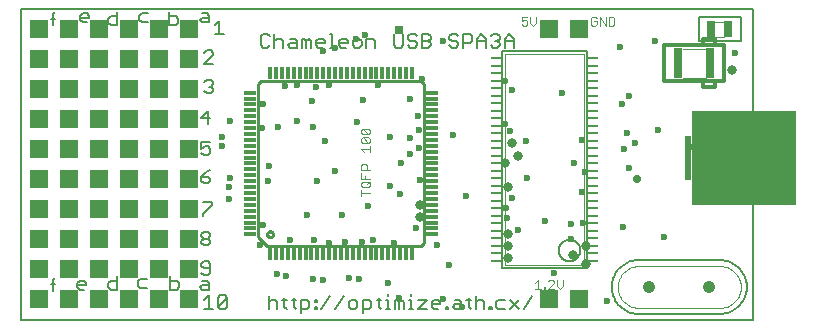
<source format=gbr>
G75*
G70*
%OFA0B0*%
%FSLAX24Y24*%
%IPPOS*%
%LPD*%
%AMOC8*
5,1,8,0,0,1.08239X$1,22.5*
%
%ADD10C,0.0079*%
%ADD11C,0.0080*%
%ADD12C,0.0050*%
%ADD13C,0.0030*%
%ADD14C,0.0060*%
%ADD15C,0.0020*%
%ADD16R,0.0330X0.0080*%
%ADD17C,0.0413*%
%ADD18C,0.0040*%
%ADD19R,0.0295X0.1024*%
%ADD20C,0.0120*%
%ADD21R,0.0295X0.0571*%
%ADD22C,0.0059*%
%ADD23C,0.0000*%
%ADD24R,0.3504X0.3150*%
%ADD25R,0.0236X0.1496*%
%ADD26R,0.0118X0.0413*%
%ADD27R,0.0118X0.0413*%
%ADD28R,0.0413X0.0118*%
%ADD29R,0.0413X0.0118*%
%ADD30C,0.0100*%
%ADD31R,0.0591X0.0591*%
%ADD32R,0.0315X0.0315*%
%ADD33C,0.0236*%
%ADD34C,0.0276*%
%ADD35C,0.0315*%
D10*
X001865Y001804D02*
X026274Y001804D01*
X026274Y012162D01*
X001865Y012162D01*
X001865Y001804D01*
D11*
X010129Y002183D02*
X010129Y002603D01*
X010199Y002463D02*
X010339Y002463D01*
X010409Y002393D01*
X010409Y002183D01*
X010659Y002253D02*
X010729Y002183D01*
X010659Y002253D02*
X010659Y002533D01*
X010589Y002463D02*
X010729Y002463D01*
X010896Y002463D02*
X011036Y002463D01*
X010966Y002533D02*
X010966Y002253D01*
X011036Y002183D01*
X011203Y002183D02*
X011413Y002183D01*
X011483Y002253D01*
X011483Y002393D01*
X011413Y002463D01*
X011203Y002463D01*
X011203Y002043D01*
X011663Y002183D02*
X011663Y002253D01*
X011733Y002253D01*
X011733Y002183D01*
X011663Y002183D01*
X011893Y002183D02*
X012174Y002603D01*
X011733Y002463D02*
X011733Y002393D01*
X011663Y002393D01*
X011663Y002463D01*
X011733Y002463D01*
X012354Y002183D02*
X012634Y002603D01*
X012814Y002393D02*
X012814Y002253D01*
X012884Y002183D01*
X013024Y002183D01*
X013094Y002253D01*
X013094Y002393D01*
X013024Y002463D01*
X012884Y002463D01*
X012814Y002393D01*
X013274Y002463D02*
X013485Y002463D01*
X013555Y002393D01*
X013555Y002253D01*
X013485Y002183D01*
X013274Y002183D01*
X013274Y002043D02*
X013274Y002463D01*
X013735Y002463D02*
X013875Y002463D01*
X013805Y002533D02*
X013805Y002253D01*
X013875Y002183D01*
X014042Y002183D02*
X014182Y002183D01*
X014112Y002183D02*
X014112Y002463D01*
X014042Y002463D01*
X014112Y002603D02*
X014112Y002673D01*
X014349Y002463D02*
X014419Y002463D01*
X014489Y002393D01*
X014559Y002463D01*
X014629Y002393D01*
X014629Y002183D01*
X014489Y002183D02*
X014489Y002393D01*
X014349Y002463D02*
X014349Y002183D01*
X014809Y002183D02*
X014949Y002183D01*
X014879Y002183D02*
X014879Y002463D01*
X014809Y002463D01*
X014879Y002603D02*
X014879Y002673D01*
X015116Y002463D02*
X015396Y002463D01*
X015116Y002183D01*
X015396Y002183D01*
X015576Y002253D02*
X015576Y002393D01*
X015646Y002463D01*
X015786Y002463D01*
X015856Y002393D01*
X015856Y002323D01*
X015576Y002323D01*
X015576Y002253D02*
X015646Y002183D01*
X015786Y002183D01*
X016036Y002183D02*
X016036Y002253D01*
X016107Y002253D01*
X016107Y002183D01*
X016036Y002183D01*
X016267Y002253D02*
X016337Y002323D01*
X016547Y002323D01*
X016547Y002393D02*
X016547Y002183D01*
X016337Y002183D01*
X016267Y002253D01*
X016337Y002463D02*
X016477Y002463D01*
X016547Y002393D01*
X016727Y002463D02*
X016867Y002463D01*
X016797Y002533D02*
X016797Y002253D01*
X016867Y002183D01*
X017034Y002183D02*
X017034Y002603D01*
X017104Y002463D02*
X017244Y002463D01*
X017314Y002393D01*
X017314Y002183D01*
X017494Y002183D02*
X017564Y002183D01*
X017564Y002253D01*
X017494Y002253D01*
X017494Y002183D01*
X017724Y002253D02*
X017794Y002183D01*
X018005Y002183D01*
X018185Y002183D02*
X018465Y002463D01*
X018185Y002463D02*
X018465Y002183D01*
X018645Y002183D02*
X018925Y002603D01*
X018005Y002463D02*
X017794Y002463D01*
X017724Y002393D01*
X017724Y002253D01*
X017104Y002463D02*
X017034Y002393D01*
X010199Y002463D02*
X010129Y002393D01*
D12*
X008753Y002249D02*
X008677Y002174D01*
X008527Y002174D01*
X008452Y002249D01*
X008753Y002549D01*
X008753Y002249D01*
X008452Y002249D02*
X008452Y002549D01*
X008527Y002624D01*
X008677Y002624D01*
X008753Y002549D01*
X008142Y002624D02*
X008142Y002174D01*
X007992Y002174D02*
X008292Y002174D01*
X007992Y002474D02*
X008142Y002624D01*
X008145Y002813D02*
X007919Y002813D01*
X007844Y002888D01*
X007919Y002963D01*
X008145Y002963D01*
X008145Y003039D02*
X008145Y002813D01*
X008145Y003039D02*
X008069Y003114D01*
X007919Y003114D01*
X007969Y003305D02*
X008119Y003305D01*
X008194Y003381D01*
X008194Y003681D01*
X008119Y003756D01*
X007969Y003756D01*
X007894Y003681D01*
X007894Y003606D01*
X007969Y003531D01*
X008194Y003531D01*
X007969Y003305D02*
X007894Y003381D01*
X007160Y003039D02*
X007085Y003114D01*
X006860Y003114D01*
X006860Y003264D02*
X006860Y002813D01*
X007085Y002813D01*
X007160Y002888D01*
X007160Y003039D01*
X006078Y003163D02*
X005852Y003163D01*
X005777Y003088D01*
X005777Y002938D01*
X005852Y002863D01*
X006078Y002863D01*
X005093Y002813D02*
X005093Y003264D01*
X005093Y003114D02*
X004868Y003114D01*
X004793Y003039D01*
X004793Y002888D01*
X004868Y002813D01*
X005093Y002813D01*
X004060Y002963D02*
X003760Y002963D01*
X003760Y002888D02*
X003760Y003039D01*
X003835Y003114D01*
X003985Y003114D01*
X004060Y003039D01*
X004060Y002963D01*
X003985Y002813D02*
X003835Y002813D01*
X003760Y002888D01*
X003024Y002989D02*
X002874Y002989D01*
X002949Y003139D02*
X003024Y003214D01*
X002949Y003139D02*
X002949Y002764D01*
X007894Y004365D02*
X007969Y004290D01*
X008119Y004290D01*
X008194Y004365D01*
X008194Y004440D01*
X008119Y004515D01*
X007969Y004515D01*
X007894Y004590D01*
X007894Y004665D01*
X007969Y004740D01*
X008119Y004740D01*
X008194Y004665D01*
X008194Y004590D01*
X008119Y004515D01*
X007969Y004515D02*
X007894Y004440D01*
X007894Y004365D01*
X007943Y005274D02*
X007943Y005349D01*
X008243Y005649D01*
X008243Y005724D01*
X007943Y005724D01*
X007969Y006357D02*
X008119Y006357D01*
X008194Y006432D01*
X008194Y006507D01*
X008119Y006582D01*
X007894Y006582D01*
X007894Y006432D01*
X007969Y006357D01*
X007894Y006582D02*
X008044Y006732D01*
X008194Y006807D01*
X008119Y007292D02*
X007969Y007292D01*
X007894Y007367D01*
X007894Y007517D02*
X008044Y007592D01*
X008119Y007592D01*
X008194Y007517D01*
X008194Y007367D01*
X008119Y007292D01*
X007894Y007517D02*
X007894Y007742D01*
X008194Y007742D01*
X008119Y008325D02*
X008119Y008776D01*
X007894Y008550D01*
X008194Y008550D01*
X008217Y009359D02*
X008067Y009359D01*
X007992Y009434D01*
X008142Y009584D02*
X008217Y009584D01*
X008292Y009509D01*
X008292Y009434D01*
X008217Y009359D01*
X008217Y009584D02*
X008292Y009659D01*
X008292Y009734D01*
X008217Y009809D01*
X008067Y009809D01*
X007992Y009734D01*
X007992Y010343D02*
X008292Y010643D01*
X008292Y010718D01*
X008217Y010793D01*
X008067Y010793D01*
X007992Y010718D01*
X007992Y010343D02*
X008292Y010343D01*
X009862Y010959D02*
X009937Y010884D01*
X010087Y010884D01*
X010162Y010959D01*
X010322Y010884D02*
X010322Y011335D01*
X010397Y011184D02*
X010548Y011184D01*
X010623Y011109D01*
X010623Y010884D01*
X010783Y010959D02*
X010858Y010884D01*
X011083Y010884D01*
X011083Y011109D01*
X011008Y011184D01*
X010858Y011184D01*
X010858Y011034D02*
X011083Y011034D01*
X011243Y010884D02*
X011243Y011184D01*
X011318Y011184D01*
X011393Y011109D01*
X011468Y011184D01*
X011543Y011109D01*
X011543Y010884D01*
X011393Y010884D02*
X011393Y011109D01*
X011703Y011109D02*
X011703Y010959D01*
X011778Y010884D01*
X011929Y010884D01*
X012004Y011034D02*
X011703Y011034D01*
X011703Y011109D02*
X011778Y011184D01*
X011929Y011184D01*
X012004Y011109D01*
X012004Y011034D01*
X012164Y010884D02*
X012314Y010884D01*
X012239Y010884D02*
X012239Y011335D01*
X012164Y011335D01*
X012471Y011109D02*
X012546Y011184D01*
X012696Y011184D01*
X012771Y011109D01*
X012771Y011034D01*
X012471Y011034D01*
X012471Y010959D02*
X012471Y011109D01*
X012471Y010959D02*
X012546Y010884D01*
X012696Y010884D01*
X012931Y010959D02*
X013006Y010884D01*
X013156Y010884D01*
X013231Y010959D01*
X013231Y011109D01*
X013156Y011184D01*
X013006Y011184D01*
X012931Y011109D01*
X012931Y010959D01*
X013391Y010884D02*
X013391Y011184D01*
X013617Y011184D01*
X013692Y011109D01*
X013692Y010884D01*
X014312Y010959D02*
X014387Y010884D01*
X014537Y010884D01*
X014612Y010959D01*
X014612Y011335D01*
X014772Y011260D02*
X014772Y011184D01*
X014847Y011109D01*
X014998Y011109D01*
X015073Y011034D01*
X015073Y010959D01*
X014998Y010884D01*
X014847Y010884D01*
X014772Y010959D01*
X015233Y010884D02*
X015458Y010884D01*
X015533Y010959D01*
X015533Y011034D01*
X015458Y011109D01*
X015233Y011109D01*
X015073Y011260D02*
X014998Y011335D01*
X014847Y011335D01*
X014772Y011260D01*
X015233Y011335D02*
X015458Y011335D01*
X015533Y011260D01*
X015533Y011184D01*
X015458Y011109D01*
X015233Y010884D02*
X015233Y011335D01*
X014312Y011335D02*
X014312Y010959D01*
X016154Y010959D02*
X016229Y010884D01*
X016379Y010884D01*
X016454Y010959D01*
X016454Y011034D01*
X016379Y011109D01*
X016229Y011109D01*
X016154Y011184D01*
X016154Y011260D01*
X016229Y011335D01*
X016379Y011335D01*
X016454Y011260D01*
X016614Y011335D02*
X016839Y011335D01*
X016914Y011260D01*
X016914Y011109D01*
X016839Y011034D01*
X016614Y011034D01*
X016614Y010884D02*
X016614Y011335D01*
X017074Y011184D02*
X017224Y011335D01*
X017374Y011184D01*
X017374Y010884D01*
X017535Y010959D02*
X017610Y010884D01*
X017760Y010884D01*
X017835Y010959D01*
X017835Y011034D01*
X017760Y011109D01*
X017685Y011109D01*
X017760Y011109D02*
X017835Y011184D01*
X017835Y011260D01*
X017760Y011335D01*
X017610Y011335D01*
X017535Y011260D01*
X017374Y011109D02*
X017074Y011109D01*
X017074Y011184D02*
X017074Y010884D01*
X017995Y010884D02*
X017995Y011184D01*
X018145Y011335D01*
X018295Y011184D01*
X018295Y010884D01*
X018295Y011109D02*
X017995Y011109D01*
X010858Y011034D02*
X010783Y010959D01*
X010397Y011184D02*
X010322Y011109D01*
X010162Y011260D02*
X010087Y011335D01*
X009937Y011335D01*
X009862Y011260D01*
X009862Y010959D01*
X008637Y011327D02*
X008336Y011327D01*
X008487Y011327D02*
X008487Y011777D01*
X008336Y011627D01*
X008145Y011721D02*
X007919Y011721D01*
X007844Y011796D01*
X007919Y011871D01*
X008145Y011871D01*
X008145Y011946D02*
X008069Y012021D01*
X007919Y012021D01*
X008145Y011946D02*
X008145Y011721D01*
X007111Y011697D02*
X007036Y011622D01*
X006811Y011622D01*
X006811Y012073D01*
X006811Y011923D02*
X007036Y011923D01*
X007111Y011848D01*
X007111Y011697D01*
X006127Y011721D02*
X005902Y011721D01*
X005827Y011796D01*
X005827Y011946D01*
X005902Y012021D01*
X006127Y012021D01*
X005093Y012073D02*
X005093Y011622D01*
X004868Y011622D01*
X004793Y011697D01*
X004793Y011848D01*
X004868Y011923D01*
X005093Y011923D01*
X004158Y011946D02*
X004158Y011871D01*
X003858Y011871D01*
X003858Y011796D02*
X003858Y011946D01*
X003933Y012021D01*
X004083Y012021D01*
X004158Y011946D01*
X003933Y011721D02*
X003858Y011796D01*
X003933Y011721D02*
X004083Y011721D01*
X003024Y011848D02*
X002874Y011848D01*
X002949Y011998D02*
X003024Y012073D01*
X002949Y011998D02*
X002949Y011622D01*
D13*
X013215Y008137D02*
X013215Y008040D01*
X013263Y007992D01*
X013457Y007992D01*
X013263Y008185D01*
X013457Y008185D01*
X013505Y008137D01*
X013505Y008040D01*
X013457Y007992D01*
X013457Y007891D02*
X013263Y007891D01*
X013457Y007697D01*
X013505Y007746D01*
X013505Y007842D01*
X013457Y007891D01*
X013263Y007891D02*
X013215Y007842D01*
X013215Y007746D01*
X013263Y007697D01*
X013457Y007697D01*
X013505Y007596D02*
X013505Y007403D01*
X013505Y007499D02*
X013215Y007499D01*
X013312Y007403D01*
X013360Y007007D02*
X013408Y006958D01*
X013408Y006813D01*
X013505Y006813D02*
X013215Y006813D01*
X013215Y006958D01*
X013263Y007007D01*
X013360Y007007D01*
X013215Y006712D02*
X013215Y006519D01*
X013505Y006519D01*
X013505Y006417D02*
X013408Y006321D01*
X013457Y006417D02*
X013505Y006369D01*
X013505Y006272D01*
X013457Y006224D01*
X013263Y006224D01*
X013215Y006272D01*
X013215Y006369D01*
X013263Y006417D01*
X013457Y006417D01*
X013360Y006519D02*
X013360Y006615D01*
X013215Y006123D02*
X013215Y005929D01*
X013215Y006026D02*
X013505Y006026D01*
X013215Y008137D02*
X013263Y008185D01*
X018563Y011661D02*
X018611Y011612D01*
X018708Y011612D01*
X018756Y011661D01*
X018756Y011758D01*
X018708Y011806D01*
X018659Y011806D01*
X018563Y011758D01*
X018563Y011903D01*
X018756Y011903D01*
X018857Y011903D02*
X018857Y011709D01*
X018954Y011612D01*
X019051Y011709D01*
X019051Y011903D01*
X020876Y011854D02*
X020876Y011661D01*
X020924Y011612D01*
X021021Y011612D01*
X021069Y011661D01*
X021069Y011758D01*
X020972Y011758D01*
X020876Y011854D02*
X020924Y011903D01*
X021021Y011903D01*
X021069Y011854D01*
X021170Y011903D02*
X021364Y011612D01*
X021364Y011903D01*
X021465Y011903D02*
X021610Y011903D01*
X021658Y011854D01*
X021658Y011661D01*
X021610Y011612D01*
X021465Y011612D01*
X021465Y011903D01*
X021170Y011903D02*
X021170Y011612D01*
X019936Y003143D02*
X019936Y002949D01*
X019839Y002853D01*
X019742Y002949D01*
X019742Y003143D01*
X019641Y003094D02*
X019593Y003143D01*
X019496Y003143D01*
X019448Y003094D01*
X019641Y003094D02*
X019641Y003046D01*
X019448Y002853D01*
X019641Y002853D01*
X019349Y002853D02*
X019300Y002853D01*
X019300Y002901D01*
X019349Y002901D01*
X019349Y002853D01*
X019199Y002853D02*
X019006Y002853D01*
X019102Y002853D02*
X019102Y003143D01*
X019006Y003046D01*
D14*
X017910Y003520D02*
X020760Y003520D01*
X020760Y010771D01*
X017910Y010771D01*
X017910Y003520D01*
X019800Y004121D02*
X019802Y004159D01*
X019808Y004197D01*
X019818Y004234D01*
X019832Y004270D01*
X019850Y004304D01*
X019871Y004336D01*
X019895Y004365D01*
X019923Y004392D01*
X019953Y004416D01*
X019986Y004436D01*
X020020Y004453D01*
X020056Y004466D01*
X020093Y004475D01*
X020131Y004480D01*
X020170Y004481D01*
X020208Y004478D01*
X020245Y004471D01*
X020282Y004460D01*
X020317Y004445D01*
X020351Y004426D01*
X020382Y004404D01*
X020411Y004379D01*
X020437Y004351D01*
X020460Y004320D01*
X020479Y004287D01*
X020495Y004252D01*
X020507Y004216D01*
X020515Y004178D01*
X020519Y004140D01*
X020519Y004102D01*
X020515Y004064D01*
X020507Y004026D01*
X020495Y003990D01*
X020479Y003955D01*
X020460Y003922D01*
X020437Y003891D01*
X020411Y003863D01*
X020382Y003838D01*
X020351Y003816D01*
X020317Y003797D01*
X020282Y003782D01*
X020245Y003771D01*
X020208Y003764D01*
X020170Y003761D01*
X020131Y003762D01*
X020093Y003767D01*
X020056Y003776D01*
X020020Y003789D01*
X019986Y003806D01*
X019953Y003826D01*
X019923Y003850D01*
X019895Y003877D01*
X019871Y003906D01*
X019850Y003938D01*
X019832Y003972D01*
X019818Y004008D01*
X019808Y004045D01*
X019802Y004083D01*
X019800Y004121D01*
X022470Y003803D02*
X025170Y003803D01*
X025229Y003801D01*
X025287Y003795D01*
X025346Y003786D01*
X025403Y003772D01*
X025459Y003755D01*
X025514Y003734D01*
X025568Y003710D01*
X025620Y003682D01*
X025670Y003651D01*
X025718Y003617D01*
X025763Y003580D01*
X025806Y003539D01*
X025847Y003496D01*
X025884Y003451D01*
X025918Y003403D01*
X025949Y003353D01*
X025977Y003301D01*
X026001Y003247D01*
X026022Y003192D01*
X026039Y003136D01*
X026053Y003079D01*
X026062Y003020D01*
X026068Y002962D01*
X026070Y002903D01*
X026068Y002844D01*
X026062Y002786D01*
X026053Y002727D01*
X026039Y002670D01*
X026022Y002614D01*
X026001Y002559D01*
X025977Y002505D01*
X025949Y002453D01*
X025918Y002403D01*
X025884Y002355D01*
X025847Y002310D01*
X025806Y002267D01*
X025763Y002226D01*
X025718Y002189D01*
X025670Y002155D01*
X025620Y002124D01*
X025568Y002096D01*
X025514Y002072D01*
X025459Y002051D01*
X025403Y002034D01*
X025346Y002020D01*
X025287Y002011D01*
X025229Y002005D01*
X025170Y002003D01*
X022470Y002003D01*
X022411Y002005D01*
X022353Y002011D01*
X022294Y002020D01*
X022237Y002034D01*
X022181Y002051D01*
X022126Y002072D01*
X022072Y002096D01*
X022020Y002124D01*
X021970Y002155D01*
X021922Y002189D01*
X021877Y002226D01*
X021834Y002267D01*
X021793Y002310D01*
X021756Y002355D01*
X021722Y002403D01*
X021691Y002453D01*
X021663Y002505D01*
X021639Y002559D01*
X021618Y002614D01*
X021601Y002670D01*
X021587Y002727D01*
X021578Y002786D01*
X021572Y002844D01*
X021570Y002903D01*
X021572Y002962D01*
X021578Y003020D01*
X021587Y003079D01*
X021601Y003136D01*
X021618Y003192D01*
X021639Y003247D01*
X021663Y003301D01*
X021691Y003353D01*
X021722Y003403D01*
X021756Y003451D01*
X021793Y003496D01*
X021834Y003539D01*
X021877Y003580D01*
X021922Y003617D01*
X021970Y003651D01*
X022020Y003682D01*
X022072Y003710D01*
X022126Y003734D01*
X022181Y003755D01*
X022237Y003772D01*
X022294Y003786D01*
X022353Y003795D01*
X022411Y003801D01*
X022470Y003803D01*
D15*
X022470Y003603D02*
X025170Y003603D01*
X025222Y003601D01*
X025274Y003595D01*
X025326Y003585D01*
X025376Y003572D01*
X025426Y003555D01*
X025474Y003534D01*
X025520Y003509D01*
X025564Y003481D01*
X025606Y003450D01*
X025646Y003416D01*
X025683Y003379D01*
X025717Y003339D01*
X025748Y003297D01*
X025776Y003253D01*
X025801Y003207D01*
X025822Y003159D01*
X025839Y003109D01*
X025852Y003059D01*
X025862Y003007D01*
X025868Y002955D01*
X025870Y002903D01*
X025868Y002851D01*
X025862Y002799D01*
X025852Y002747D01*
X025839Y002697D01*
X025822Y002647D01*
X025801Y002599D01*
X025776Y002553D01*
X025748Y002509D01*
X025717Y002467D01*
X025683Y002427D01*
X025646Y002390D01*
X025606Y002356D01*
X025564Y002325D01*
X025520Y002297D01*
X025474Y002272D01*
X025426Y002251D01*
X025376Y002234D01*
X025326Y002221D01*
X025274Y002211D01*
X025222Y002205D01*
X025170Y002203D01*
X022470Y002203D01*
X022418Y002205D01*
X022366Y002211D01*
X022314Y002221D01*
X022264Y002234D01*
X022214Y002251D01*
X022166Y002272D01*
X022120Y002297D01*
X022076Y002325D01*
X022034Y002356D01*
X021994Y002390D01*
X021957Y002427D01*
X021923Y002467D01*
X021892Y002509D01*
X021864Y002553D01*
X021839Y002599D01*
X021818Y002647D01*
X021801Y002697D01*
X021788Y002747D01*
X021778Y002799D01*
X021772Y002851D01*
X021770Y002903D01*
X021772Y002955D01*
X021778Y003007D01*
X021788Y003059D01*
X021801Y003109D01*
X021818Y003159D01*
X021839Y003207D01*
X021864Y003253D01*
X021892Y003297D01*
X021923Y003339D01*
X021957Y003379D01*
X021994Y003416D01*
X022034Y003450D01*
X022076Y003481D01*
X022120Y003509D01*
X022166Y003534D01*
X022214Y003555D01*
X022264Y003572D01*
X022314Y003585D01*
X022366Y003595D01*
X022418Y003601D01*
X022470Y003603D01*
X020660Y003620D02*
X018010Y003620D01*
X018010Y010671D01*
X020660Y010671D01*
X020660Y003620D01*
D16*
X020945Y003771D03*
X020945Y004021D03*
X020945Y004271D03*
X020945Y004521D03*
X020945Y004771D03*
X020945Y005021D03*
X020945Y005021D03*
X020945Y005271D03*
X020945Y005521D03*
X020945Y005771D03*
X020945Y006021D03*
X020945Y006021D03*
X020945Y006271D03*
X020945Y006521D03*
X020945Y006771D03*
X020945Y007021D03*
X020945Y007021D03*
X020945Y007271D03*
X020945Y007521D03*
X020945Y007771D03*
X020945Y007771D03*
X020945Y008021D03*
X020945Y008271D03*
X020945Y008521D03*
X020945Y008771D03*
X020945Y008771D03*
X020945Y009021D03*
X020945Y009271D03*
X020945Y009521D03*
X020945Y009771D03*
X020945Y009771D03*
X020945Y010021D03*
X020945Y010271D03*
X020945Y010521D03*
X017725Y010521D03*
X017725Y010271D03*
X017725Y010021D03*
X017725Y009771D03*
X017725Y009521D03*
X017725Y009271D03*
X017725Y009271D03*
X017725Y009021D03*
X017725Y008771D03*
X017725Y008521D03*
X017725Y008271D03*
X017725Y008271D03*
X017725Y008021D03*
X017725Y007771D03*
X017725Y007521D03*
X017725Y007271D03*
X017725Y007271D03*
X017725Y007021D03*
X017725Y006771D03*
X017725Y006521D03*
X017725Y006271D03*
X017725Y006271D03*
X017725Y006021D03*
X017725Y005771D03*
X017725Y005521D03*
X017725Y005271D03*
X017725Y005271D03*
X017725Y005021D03*
X017725Y004771D03*
X017725Y004521D03*
X017725Y004271D03*
X017725Y004021D03*
X017725Y003771D03*
D17*
X022820Y002903D03*
X024820Y002903D03*
D18*
X024695Y009867D02*
X023935Y009867D01*
X023935Y010847D02*
X024695Y010847D01*
X025020Y011231D02*
X025320Y011231D01*
X025310Y011751D02*
X025020Y011751D01*
D19*
X024838Y010355D03*
X023793Y010359D03*
D20*
X023315Y010957D02*
X023315Y009757D01*
X024615Y009757D01*
X024615Y009557D01*
X025015Y009557D01*
X025015Y009757D01*
X025315Y009757D01*
X025315Y010957D01*
X025015Y010957D01*
X025015Y011157D01*
X024615Y011157D01*
X024615Y010957D01*
X023315Y010957D01*
X024615Y010957D02*
X025015Y010957D01*
X025015Y009757D02*
X024615Y009757D01*
D21*
X024882Y011491D03*
X025452Y011491D03*
D22*
X025870Y011091D02*
X025870Y011891D01*
X024470Y011891D01*
X024470Y011091D01*
X025870Y011091D01*
D23*
X024347Y008074D02*
X024349Y008101D01*
X024355Y008127D01*
X024365Y008153D01*
X024379Y008176D01*
X024396Y008197D01*
X024417Y008215D01*
X024439Y008229D01*
X024464Y008241D01*
X024490Y008248D01*
X024517Y008251D01*
X024544Y008250D01*
X024571Y008245D01*
X024596Y008236D01*
X024620Y008223D01*
X024642Y008206D01*
X024661Y008187D01*
X024676Y008164D01*
X024688Y008140D01*
X024696Y008114D01*
X024700Y008088D01*
X024700Y008060D01*
X024696Y008034D01*
X024688Y008008D01*
X024676Y007984D01*
X024661Y007961D01*
X024642Y007942D01*
X024620Y007925D01*
X024596Y007912D01*
X024571Y007903D01*
X024544Y007898D01*
X024517Y007897D01*
X024490Y007900D01*
X024464Y007907D01*
X024439Y007919D01*
X024417Y007933D01*
X024396Y007951D01*
X024379Y007972D01*
X024365Y007995D01*
X024355Y008021D01*
X024349Y008047D01*
X024347Y008074D01*
X024347Y006341D02*
X024349Y006368D01*
X024355Y006394D01*
X024365Y006420D01*
X024379Y006443D01*
X024396Y006464D01*
X024417Y006482D01*
X024439Y006496D01*
X024464Y006508D01*
X024490Y006515D01*
X024517Y006518D01*
X024544Y006517D01*
X024571Y006512D01*
X024596Y006503D01*
X024620Y006490D01*
X024642Y006473D01*
X024661Y006454D01*
X024676Y006431D01*
X024688Y006407D01*
X024696Y006381D01*
X024700Y006355D01*
X024700Y006327D01*
X024696Y006301D01*
X024688Y006275D01*
X024676Y006251D01*
X024661Y006228D01*
X024642Y006209D01*
X024620Y006192D01*
X024596Y006179D01*
X024571Y006170D01*
X024544Y006165D01*
X024517Y006164D01*
X024490Y006167D01*
X024464Y006174D01*
X024439Y006186D01*
X024417Y006200D01*
X024396Y006218D01*
X024379Y006239D01*
X024365Y006262D01*
X024355Y006288D01*
X024349Y006314D01*
X024347Y006341D01*
D24*
X025981Y007208D03*
D25*
X024111Y007208D03*
D26*
X014906Y010042D03*
X014512Y010042D03*
X014119Y010042D03*
X013725Y010042D03*
X013331Y010042D03*
X012937Y010042D03*
X012544Y010042D03*
X012150Y010042D03*
X011756Y010042D03*
X011363Y010042D03*
X010969Y010042D03*
X010575Y010042D03*
X010181Y010042D03*
X010181Y003999D03*
X010575Y003999D03*
X010969Y003999D03*
X011363Y003999D03*
X011756Y003999D03*
X012150Y003999D03*
X012544Y003999D03*
X012937Y003999D03*
X013331Y003999D03*
X013725Y003999D03*
X014119Y003999D03*
X014512Y003999D03*
X014906Y003999D03*
D27*
X014709Y003999D03*
X014315Y003999D03*
X013922Y003999D03*
X013528Y003999D03*
X013134Y003999D03*
X012741Y003999D03*
X012347Y003999D03*
X011953Y003999D03*
X011559Y003999D03*
X011166Y003999D03*
X010772Y003999D03*
X010378Y003999D03*
X010378Y010042D03*
X010772Y010042D03*
X011166Y010042D03*
X011559Y010042D03*
X011953Y010042D03*
X012347Y010042D03*
X012741Y010042D03*
X013134Y010042D03*
X013528Y010042D03*
X013922Y010042D03*
X014315Y010042D03*
X014709Y010042D03*
D28*
X015565Y009383D03*
X015565Y008989D03*
X015565Y008595D03*
X015565Y008202D03*
X015565Y007808D03*
X015565Y007414D03*
X015565Y007021D03*
X015565Y006627D03*
X015565Y006233D03*
X015565Y005840D03*
X015565Y005446D03*
X015565Y005052D03*
X015565Y004658D03*
X009522Y004658D03*
X009522Y005052D03*
X009522Y005446D03*
X009522Y005840D03*
X009522Y006233D03*
X009522Y006627D03*
X009522Y007021D03*
X009522Y007414D03*
X009522Y007808D03*
X009522Y008202D03*
X009522Y008595D03*
X009522Y008989D03*
X009522Y009383D03*
D29*
X009522Y009186D03*
X009522Y008792D03*
X009522Y008399D03*
X009522Y008005D03*
X009522Y007611D03*
X009522Y007217D03*
X009522Y006824D03*
X009522Y006430D03*
X009522Y006036D03*
X009522Y005643D03*
X009522Y005249D03*
X009522Y004855D03*
X015565Y004855D03*
X015565Y005249D03*
X015565Y005643D03*
X015565Y006036D03*
X015565Y006430D03*
X015565Y006824D03*
X015565Y007217D03*
X015565Y007611D03*
X015565Y008005D03*
X015565Y008399D03*
X015565Y008792D03*
X015565Y009186D03*
D30*
X015300Y009678D02*
X015300Y004363D01*
X015201Y004265D01*
X010083Y004265D01*
X009788Y004560D01*
X009788Y009678D01*
X009886Y009777D01*
X015201Y009777D01*
X015300Y009678D01*
X010083Y004658D02*
X010085Y004678D01*
X010091Y004697D01*
X010101Y004714D01*
X010113Y004729D01*
X010129Y004741D01*
X010147Y004750D01*
X010166Y004755D01*
X010186Y004756D01*
X010206Y004753D01*
X010224Y004746D01*
X010241Y004735D01*
X010255Y004722D01*
X010267Y004706D01*
X010275Y004687D01*
X010278Y004668D01*
X010278Y004648D01*
X010275Y004629D01*
X010267Y004610D01*
X010255Y004594D01*
X010241Y004581D01*
X010224Y004570D01*
X010206Y004563D01*
X010186Y004560D01*
X010166Y004561D01*
X010147Y004566D01*
X010129Y004575D01*
X010113Y004587D01*
X010101Y004602D01*
X010091Y004619D01*
X010085Y004638D01*
X010083Y004658D01*
D31*
X007465Y004504D03*
X006465Y004504D03*
X005465Y004504D03*
X004465Y004504D03*
X003465Y004504D03*
X002465Y004504D03*
X002465Y003504D03*
X003465Y003504D03*
X004465Y003504D03*
X005465Y003504D03*
X006465Y003504D03*
X007465Y003504D03*
X007465Y002504D03*
X006465Y002504D03*
X005465Y002504D03*
X004465Y002504D03*
X003465Y002504D03*
X002465Y002504D03*
X002465Y005504D03*
X003465Y005504D03*
X004465Y005504D03*
X005465Y005504D03*
X006465Y005504D03*
X007465Y005504D03*
X007465Y006504D03*
X006465Y006504D03*
X005465Y006504D03*
X004465Y006504D03*
X003465Y006504D03*
X002465Y006504D03*
X002465Y007504D03*
X003465Y007504D03*
X004465Y007504D03*
X005465Y007504D03*
X006465Y007504D03*
X007465Y007504D03*
X007465Y008504D03*
X006465Y008504D03*
X005465Y008504D03*
X004465Y008504D03*
X003465Y008504D03*
X002465Y008504D03*
X002465Y009504D03*
X003465Y009504D03*
X004465Y009504D03*
X005465Y009504D03*
X006465Y009504D03*
X007465Y009504D03*
X007465Y010504D03*
X006465Y010504D03*
X005465Y010504D03*
X004465Y010504D03*
X003465Y010504D03*
X002465Y010504D03*
X002465Y011504D03*
X003465Y011504D03*
X004465Y011504D03*
X005465Y011504D03*
X006465Y011504D03*
X007465Y011504D03*
X019465Y011504D03*
X020465Y011504D03*
X020465Y002504D03*
X019465Y002504D03*
D32*
X014479Y011477D03*
D33*
X013331Y011302D03*
X013036Y011179D03*
X012347Y010872D03*
X011953Y010761D03*
X012150Y009629D03*
X011707Y009580D03*
X011067Y009629D03*
X010661Y009592D03*
X009935Y008989D03*
X008853Y008448D03*
X008582Y007906D03*
X008582Y007587D03*
X009911Y008189D03*
X010428Y008226D03*
X011067Y008448D03*
X011609Y008251D03*
X012027Y007783D03*
X013085Y008399D03*
X014168Y007906D03*
X014857Y007857D03*
X015152Y008153D03*
X015103Y008595D03*
X014857Y009186D03*
X013774Y009629D03*
X013282Y009137D03*
X011584Y009088D03*
X014857Y007328D03*
X015152Y007537D03*
X014549Y007021D03*
X015177Y006467D03*
X014512Y006012D03*
X014180Y006282D03*
X013430Y005593D03*
X012593Y005298D03*
X011412Y005298D03*
X009935Y004954D03*
X010846Y004462D03*
X011658Y004462D03*
X012150Y004363D03*
X012691Y004412D03*
X013233Y004388D03*
X013626Y004462D03*
X014315Y004363D03*
X015054Y004855D03*
X015743Y004314D03*
X016136Y003625D03*
X014463Y002542D03*
X014119Y003047D03*
X013134Y003182D03*
X012814Y003207D03*
X011953Y003133D03*
X011609Y003157D03*
X010723Y003256D03*
X010403Y003330D03*
X009837Y004314D03*
X008804Y005840D03*
X008804Y006233D03*
X008828Y006553D03*
X010120Y006430D03*
X010132Y006922D03*
X011756Y006430D03*
X012347Y006775D03*
X016284Y007956D03*
X018006Y008349D03*
X018191Y008103D03*
X018695Y007759D03*
X020319Y007021D03*
X020688Y006738D03*
X020565Y006086D03*
X022140Y006873D03*
X021993Y007513D03*
X022337Y007710D03*
X022091Y008029D03*
X023124Y008153D03*
X024256Y007562D03*
X021919Y009014D03*
X022140Y009284D03*
X019926Y009383D03*
X018252Y009481D03*
X018006Y009777D03*
X015939Y011105D03*
X015250Y009826D03*
X020565Y007808D03*
X018744Y006529D03*
X018228Y005864D03*
X018056Y005520D03*
X018080Y005200D03*
X018449Y004806D03*
X019335Y005101D03*
X020221Y005003D03*
X020615Y005052D03*
X020221Y004511D03*
X021943Y004904D03*
X023321Y004560D03*
X019630Y003379D03*
X021402Y002444D03*
X016579Y002247D03*
X015939Y002493D03*
X016727Y005938D03*
X025683Y010712D03*
X023026Y011105D03*
X021845Y010908D03*
D34*
X022411Y006504D03*
D35*
X018449Y007279D03*
X018006Y007021D03*
X018228Y007710D03*
X018105Y006233D03*
X018105Y004658D03*
X018105Y004265D03*
X018105Y003871D03*
X020270Y003969D03*
X020713Y003674D03*
X020713Y004265D03*
X015164Y005249D03*
X015177Y005643D03*
X025585Y010121D03*
M02*

</source>
